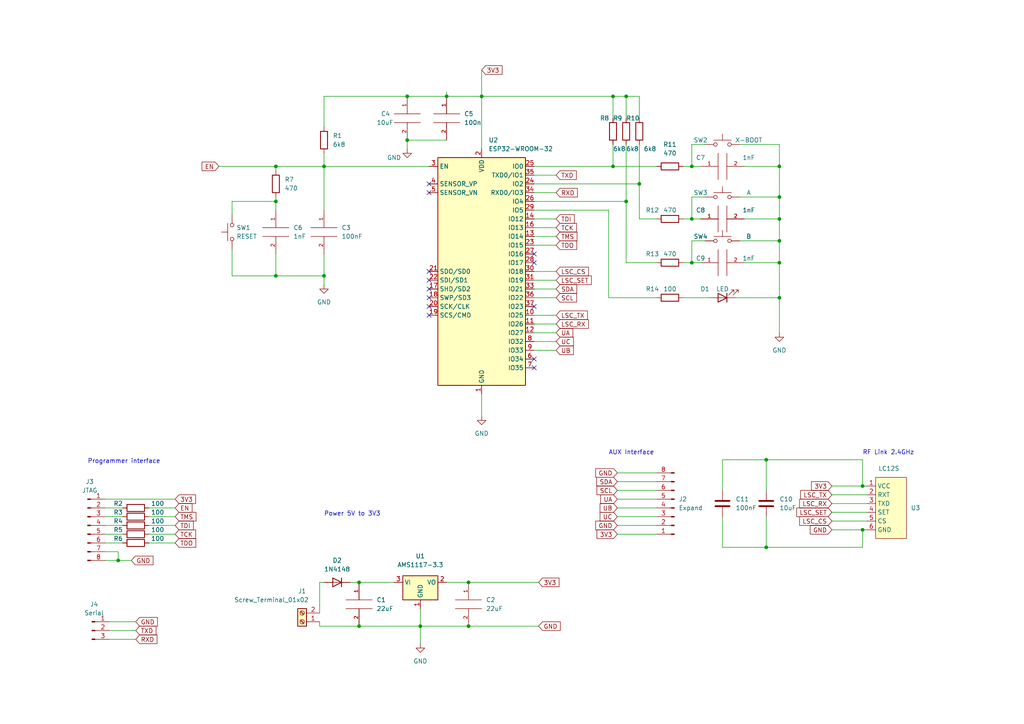
<source format=kicad_sch>
(kicad_sch (version 20230121) (generator eeschema)
  (paper "A4")
  (lib_symbols
    (symbol "Connector:Conn_01x03_Male" (pin_names (offset 1.016) hide)
      (property "Reference" "J" (at 0 5.08 0))
      (property "Value" "Conn_01x03_Male" (at 0 -5.08 0))
      (symbol "Conn_01x03_Male_1_1"
        (polyline (pts (xy 1.27 -2.54) (xy 0.8636 -2.54)) (stroke (width 0.1524)))
        (polyline (pts (xy 1.27 0) (xy 0.8636 0)) (stroke (width 0.1524)))
        (polyline (pts (xy 1.27 2.54) (xy 0.8636 2.54)) (stroke (width 0.1524)))
        (rectangle (start 0.8636 -2.413) (end 0 -2.667) (stroke (width 0.1524)) (fill (type outline)))
        (rectangle (start 0.8636 0.127) (end 0 -0.127) (stroke (width 0.1524)) (fill (type outline)))
        (rectangle (start 0.8636 2.667) (end 0 2.413) (stroke (width 0.1524)) (fill (type outline)))
        (pin passive line (at 5.08 2.54 180) (length 3.81) (name "Pin_1") (number "1"))
        (pin passive line (at 5.08 0 180) (length 3.81) (name "Pin_2") (number "2"))
        (pin passive line (at 5.08 -2.54 180) (length 3.81) (name "Pin_3") (number "3"))
      )
    )
    (symbol "Connector:Conn_01x08_Male" (pin_names (offset 1.016) hide)
      (property "Reference" "J" (at 0 10.16 0))
      (property "Value" "Conn_01x08_Male" (at 0 -12.7 0))
      (symbol "Conn_01x08_Male_1_1"
        (polyline (pts (xy 1.27 -10.16) (xy 0.8636 -10.16)) (stroke (width 0.1524)))
        (polyline (pts (xy 1.27 -7.62) (xy 0.8636 -7.62)) (stroke (width 0.1524)))
        (polyline (pts (xy 1.27 -5.08) (xy 0.8636 -5.08)) (stroke (width 0.1524)))
        (polyline (pts (xy 1.27 -2.54) (xy 0.8636 -2.54)) (stroke (width 0.1524)))
        (polyline (pts (xy 1.27 0) (xy 0.8636 0)) (stroke (width 0.1524)))
        (polyline (pts (xy 1.27 2.54) (xy 0.8636 2.54)) (stroke (width 0.1524)))
        (polyline (pts (xy 1.27 5.08) (xy 0.8636 5.08)) (stroke (width 0.1524)))
        (polyline (pts (xy 1.27 7.62) (xy 0.8636 7.62)) (stroke (width 0.1524)))
        (rectangle (start 0.8636 -10.033) (end 0 -10.287) (stroke (width 0.1524)) (fill (type outline)))
        (rectangle (start 0.8636 -7.493) (end 0 -7.747) (stroke (width 0.1524)) (fill (type outline)))
        (rectangle (start 0.8636 -4.953) (end 0 -5.207) (stroke (width 0.1524)) (fill (type outline)))
        (rectangle (start 0.8636 -2.413) (end 0 -2.667) (stroke (width 0.1524)) (fill (type outline)))
        (rectangle (start 0.8636 0.127) (end 0 -0.127) (stroke (width 0.1524)) (fill (type outline)))
        (rectangle (start 0.8636 2.667) (end 0 2.413) (stroke (width 0.1524)) (fill (type outline)))
        (rectangle (start 0.8636 5.207) (end 0 4.953) (stroke (width 0.1524)) (fill (type outline)))
        (rectangle (start 0.8636 7.747) (end 0 7.493) (stroke (width 0.1524)) (fill (type outline)))
        (pin passive line (at 5.08 7.62 180) (length 3.81) (name "Pin_1") (number "1"))
        (pin passive line (at 5.08 5.08 180) (length 3.81) (name "Pin_2") (number "2"))
        (pin passive line (at 5.08 2.54 180) (length 3.81) (name "Pin_3") (number "3"))
        (pin passive line (at 5.08 0 180) (length 3.81) (name "Pin_4") (number "4"))
        (pin passive line (at 5.08 -2.54 180) (length 3.81) (name "Pin_5") (number "5"))
        (pin passive line (at 5.08 -5.08 180) (length 3.81) (name "Pin_6") (number "6"))
        (pin passive line (at 5.08 -7.62 180) (length 3.81) (name "Pin_7") (number "7"))
        (pin passive line (at 5.08 -10.16 180) (length 3.81) (name "Pin_8") (number "8"))
      )
    )
    (symbol "Connector:Conn_01x08_Pin" (pin_names (offset 1.016) hide)
      (property "Reference" "J" (at 0 10.16 0))
      (property "Value" "Conn_01x08_Pin" (at 0 -12.7 0))
      (symbol "Conn_01x08_Pin_1_1"
        (polyline (pts (xy 1.27 -10.16) (xy 0.8636 -10.16)) (stroke (width 0.1524)))
        (polyline (pts (xy 1.27 -7.62) (xy 0.8636 -7.62)) (stroke (width 0.1524)))
        (polyline (pts (xy 1.27 -5.08) (xy 0.8636 -5.08)) (stroke (width 0.1524)))
        (polyline (pts (xy 1.27 -2.54) (xy 0.8636 -2.54)) (stroke (width 0.1524)))
        (polyline (pts (xy 1.27 0) (xy 0.8636 0)) (stroke (width 0.1524)))
        (polyline (pts (xy 1.27 2.54) (xy 0.8636 2.54)) (stroke (width 0.1524)))
        (polyline (pts (xy 1.27 5.08) (xy 0.8636 5.08)) (stroke (width 0.1524)))
        (polyline (pts (xy 1.27 7.62) (xy 0.8636 7.62)) (stroke (width 0.1524)))
        (rectangle (start 0.8636 -10.033) (end 0 -10.287) (stroke (width 0.1524)) (fill (type outline)))
        (rectangle (start 0.8636 -7.493) (end 0 -7.747) (stroke (width 0.1524)) (fill (type outline)))
        (rectangle (start 0.8636 -4.953) (end 0 -5.207) (stroke (width 0.1524)) (fill (type outline)))
        (rectangle (start 0.8636 -2.413) (end 0 -2.667) (stroke (width 0.1524)) (fill (type outline)))
        (rectangle (start 0.8636 0.127) (end 0 -0.127) (stroke (width 0.1524)) (fill (type outline)))
        (rectangle (start 0.8636 2.667) (end 0 2.413) (stroke (width 0.1524)) (fill (type outline)))
        (rectangle (start 0.8636 5.207) (end 0 4.953) (stroke (width 0.1524)) (fill (type outline)))
        (rectangle (start 0.8636 7.747) (end 0 7.493) (stroke (width 0.1524)) (fill (type outline)))
        (pin passive line (at 5.08 7.62 180) (length 3.81) (name "Pin_1") (number "1"))
        (pin passive line (at 5.08 5.08 180) (length 3.81) (name "Pin_2") (number "2"))
        (pin passive line (at 5.08 2.54 180) (length 3.81) (name "Pin_3") (number "3"))
        (pin passive line (at 5.08 0 180) (length 3.81) (name "Pin_4") (number "4"))
        (pin passive line (at 5.08 -2.54 180) (length 3.81) (name "Pin_5") (number "5"))
        (pin passive line (at 5.08 -5.08 180) (length 3.81) (name "Pin_6") (number "6"))
        (pin passive line (at 5.08 -7.62 180) (length 3.81) (name "Pin_7") (number "7"))
        (pin passive line (at 5.08 -10.16 180) (length 3.81) (name "Pin_8") (number "8"))
      )
    )
    (symbol "Connector:Screw_Terminal_01x02" (pin_names (offset 1.016) hide)
      (property "Reference" "J" (at 0 2.54 0))
      (property "Value" "Screw_Terminal_01x02" (at 0 -5.08 0))
      (symbol "Screw_Terminal_01x02_1_1"
        (rectangle (start -1.27 1.27) (end 1.27 -3.81) (stroke (width 0.254)) (fill (type background)))
        (circle (center 0 -2.54) (radius 0.635) (stroke (width 0.1524)))
        (polyline (pts (xy -0.5334 -2.2098) (xy 0.3302 -3.048)) (stroke (width 0.1524)))
        (polyline (pts (xy -0.5334 0.3302) (xy 0.3302 -0.508)) (stroke (width 0.1524)))
        (polyline (pts (xy -0.3556 -2.032) (xy 0.508 -2.8702)) (stroke (width 0.1524)))
        (polyline (pts (xy -0.3556 0.508) (xy 0.508 -0.3302)) (stroke (width 0.1524)))
        (circle (center 0 0) (radius 0.635) (stroke (width 0.1524)))
        (pin passive line (at -5.08 0 0) (length 3.81) (name "Pin_1") (number "1"))
        (pin passive line (at -5.08 -2.54 0) (length 3.81) (name "Pin_2") (number "2"))
      )
    )
    (symbol "Device:C" (pin_numbers hide) (pin_names (offset 0.254))
      (property "Reference" "C" (at 0.635 2.54 0))
      (property "Value" "C" (at 0.635 -2.54 0))
      (symbol "C_0_1"
        (polyline (pts (xy -2.032 -0.762) (xy 2.032 -0.762)) (stroke (width 0.508)))
        (polyline (pts (xy -2.032 0.762) (xy 2.032 0.762)) (stroke (width 0.508)))
      )
      (symbol "C_1_1"
        (pin passive line (at 0 3.81 270) (length 2.794) (name "~") (number "1"))
        (pin passive line (at 0 -3.81 90) (length 2.794) (name "~") (number "2"))
      )
    )
    (symbol "Device:LED" (pin_numbers hide) (pin_names (offset 1.016) hide)
      (property "Reference" "D" (at 0 2.54 0))
      (property "Value" "LED" (at 0 -2.54 0))
      (symbol "LED_0_1"
        (polyline (pts (xy -1.27 -1.27) (xy -1.27 1.27)) (stroke (width 0.254)))
        (polyline (pts (xy -1.27 0) (xy 1.27 0)))
        (polyline (pts (xy 1.27 -1.27) (xy 1.27 1.27) (xy -1.27 0) (xy 1.27 -1.27)) (stroke (width 0.254)))
        (polyline (pts (xy -3.048 -0.762) (xy -4.572 -2.286) (xy -3.81 -2.286) (xy -4.572 -2.286) (xy -4.572 -1.524)))
        (polyline (pts (xy -1.778 -0.762) (xy -3.302 -2.286) (xy -2.54 -2.286) (xy -3.302 -2.286) (xy -3.302 -1.524)))
      )
      (symbol "LED_1_1"
        (pin passive line (at -3.81 0 0) (length 2.54) (name "K") (number "1"))
        (pin passive line (at 3.81 0 180) (length 2.54) (name "A") (number "2"))
      )
    )
    (symbol "Device:R" (pin_numbers hide) (pin_names (offset 0))
      (property "Reference" "R" (at 2.032 0 90))
      (property "Value" "R" (at 0 0 90))
      (symbol "R_0_1"
        (rectangle (start -1.016 -2.54) (end 1.016 2.54) (stroke (width 0.254)))
      )
      (symbol "R_1_1"
        (pin passive line (at 0 3.81 270) (length 1.27) (name "~") (number "1"))
        (pin passive line (at 0 -3.81 90) (length 1.27) (name "~") (number "2"))
      )
    )
    (symbol "Diode:1N4148" (pin_numbers hide) (pin_names hide)
      (property "Reference" "D" (at 0 2.54 0))
      (property "Value" "1N4148" (at 0 -2.54 0))
      (symbol "1N4148_0_1"
        (polyline (pts (xy -1.27 1.27) (xy -1.27 -1.27)) (stroke (width 0.254)))
        (polyline (pts (xy 1.27 0) (xy -1.27 0)))
        (polyline (pts (xy 1.27 1.27) (xy 1.27 -1.27) (xy -1.27 0) (xy 1.27 1.27)) (stroke (width 0.254)))
      )
      (symbol "1N4148_1_1"
        (pin passive line (at -3.81 0 0) (length 2.54) (name "K") (number "1"))
        (pin passive line (at 3.81 0 180) (length 2.54) (name "A") (number "2"))
      )
    )
    (symbol "RF_Module:ESP32-WROOM-32"
      (property "Reference" "U" (at -12.7 34.29 0))
      (property "Value" "ESP32-WROOM-32" (at 1.27 34.29 0))
      (symbol "ESP32-WROOM-32_0_1"
        (rectangle (start -12.7 33.02) (end 12.7 -33.02) (stroke (width 0.254)) (fill (type background)))
      )
      (symbol "ESP32-WROOM-32_1_1"
        (pin power_in line (at 0 -35.56 90) (length 2.54) (name "GND") (number "1"))
        (pin bidirectional line (at 15.24 -12.7 180) (length 2.54) (name "IO25") (number "10"))
        (pin bidirectional line (at 15.24 -15.24 180) (length 2.54) (name "IO26") (number "11"))
        (pin bidirectional line (at 15.24 -17.78 180) (length 2.54) (name "IO27") (number "12"))
        (pin bidirectional line (at 15.24 10.16 180) (length 2.54) (name "IO14") (number "13"))
        (pin bidirectional line (at 15.24 15.24 180) (length 2.54) (name "IO12") (number "14"))
        (pin passive line (at 0 -35.56 90) (length 2.54) hide (name "GND") (number "15"))
        (pin bidirectional line (at 15.24 12.7 180) (length 2.54) (name "IO13") (number "16"))
        (pin bidirectional line (at -15.24 -5.08 0) (length 2.54) (name "SHD/SD2") (number "17"))
        (pin bidirectional line (at -15.24 -7.62 0) (length 2.54) (name "SWP/SD3") (number "18"))
        (pin bidirectional line (at -15.24 -12.7 0) (length 2.54) (name "SCS/CMD") (number "19"))
        (pin power_in line (at 0 35.56 270) (length 2.54) (name "VDD") (number "2"))
        (pin bidirectional line (at -15.24 -10.16 0) (length 2.54) (name "SCK/CLK") (number "20"))
        (pin bidirectional line (at -15.24 0 0) (length 2.54) (name "SDO/SD0") (number "21"))
        (pin bidirectional line (at -15.24 -2.54 0) (length 2.54) (name "SDI/SD1") (number "22"))
        (pin bidirectional line (at 15.24 7.62 180) (length 2.54) (name "IO15") (number "23"))
        (pin bidirectional line (at 15.24 25.4 180) (length 2.54) (name "IO2") (number "24"))
        (pin bidirectional line (at 15.24 30.48 180) (length 2.54) (name "IO0") (number "25"))
        (pin bidirectional line (at 15.24 20.32 180) (length 2.54) (name "IO4") (number "26"))
        (pin bidirectional line (at 15.24 5.08 180) (length 2.54) (name "IO16") (number "27"))
        (pin bidirectional line (at 15.24 2.54 180) (length 2.54) (name "IO17") (number "28"))
        (pin bidirectional line (at 15.24 17.78 180) (length 2.54) (name "IO5") (number "29"))
        (pin input line (at -15.24 30.48 0) (length 2.54) (name "EN") (number "3"))
        (pin bidirectional line (at 15.24 0 180) (length 2.54) (name "IO18") (number "30"))
        (pin bidirectional line (at 15.24 -2.54 180) (length 2.54) (name "IO19") (number "31"))
        (pin no_connect line (at -12.7 -27.94 0) (length 2.54) hide (name "NC") (number "32"))
        (pin bidirectional line (at 15.24 -5.08 180) (length 2.54) (name "IO21") (number "33"))
        (pin bidirectional line (at 15.24 22.86 180) (length 2.54) (name "RXD0/IO3") (number "34"))
        (pin bidirectional line (at 15.24 27.94 180) (length 2.54) (name "TXD0/IO1") (number "35"))
        (pin bidirectional line (at 15.24 -7.62 180) (length 2.54) (name "IO22") (number "36"))
        (pin bidirectional line (at 15.24 -10.16 180) (length 2.54) (name "IO23") (number "37"))
        (pin passive line (at 0 -35.56 90) (length 2.54) hide (name "GND") (number "38"))
        (pin passive line (at 0 -35.56 90) (length 2.54) hide (name "GND") (number "39"))
        (pin input line (at -15.24 25.4 0) (length 2.54) (name "SENSOR_VP") (number "4"))
        (pin input line (at -15.24 22.86 0) (length 2.54) (name "SENSOR_VN") (number "5"))
        (pin input line (at 15.24 -25.4 180) (length 2.54) (name "IO34") (number "6"))
        (pin input line (at 15.24 -27.94 180) (length 2.54) (name "IO35") (number "7"))
        (pin bidirectional line (at 15.24 -20.32 180) (length 2.54) (name "IO32") (number "8"))
        (pin bidirectional line (at 15.24 -22.86 180) (length 2.54) (name "IO33") (number "9"))
      )
    )
    (symbol "Regulator_Linear:AMS1117-3.3"
      (property "Reference" "U" (at -3.81 3.175 0))
      (property "Value" "AMS1117-3.3" (at 0 3.175 0))
      (symbol "AMS1117-3.3_0_1"
        (rectangle (start -5.08 -5.08) (end 5.08 1.905) (stroke (width 0.254)) (fill (type background)))
      )
      (symbol "AMS1117-3.3_1_1"
        (pin power_in line (at 0 -7.62 90) (length 2.54) (name "GND") (number "1"))
        (pin power_out line (at 7.62 0 180) (length 2.54) (name "VO") (number "2"))
        (pin power_in line (at -7.62 0 0) (length 2.54) (name "VI") (number "3"))
      )
    )
    (symbol "Switch:SW_Push" (pin_numbers hide) (pin_names (offset 1.016) hide)
      (property "Reference" "SW" (at 1.27 2.54 0))
      (property "Value" "SW_Push" (at 0 -1.524 0))
      (symbol "SW_Push_0_1"
        (circle (center -2.032 0) (radius 0.508))
        (polyline (pts (xy 0 1.27) (xy 0 3.048)))
        (polyline (pts (xy 2.54 1.27) (xy -2.54 1.27)))
        (circle (center 2.032 0) (radius 0.508))
        (pin passive line (at -5.08 0 0) (length 2.54) (name "1") (number "1"))
        (pin passive line (at 5.08 0 180) (length 2.54) (name "2") (number "2"))
      )
    )
    (symbol "lc12s:LC12S"
      (property "Reference" "U" (at 3.81 1.27 0))
      (symbol "LC12S_1_1"
        (rectangle (start 2.54 0) (end 11.43 -17.78) (fill (type background)))
        (pin input line (at 0 -2.54 0) (length 2.54) (name "VCC") (number "1"))
        (pin input line (at 0 -5.08 0) (length 2.54) (name "RXT") (number "2"))
        (pin input line (at 0 -7.62 0) (length 2.54) (name "TXD") (number "3"))
        (pin input line (at 0 -10.16 0) (length 2.54) (name "SET") (number "4"))
        (pin input line (at 0 -12.7 0) (length 2.54) (name "CS") (number "5"))
        (pin input line (at 0 -15.24 0) (length 2.54) (name "GND") (number "6"))
      )
    )
    (symbol "power:GND" (power) (pin_names (offset 0))
      (property "Value" "GND" (at 0 -3.81 0))
      (symbol "GND_0_1"
        (polyline (pts (xy 0 0) (xy 0 -1.27) (xy 1.27 -1.27) (xy 0 -2.54) (xy -1.27 -1.27) (xy 0 -1.27)))
      )
      (symbol "GND_1_1"
        (pin power_in line (at 0 0 270) (length 0) hide (name "GND") (number "1"))
      )
    )
    (symbol "pspice:CAP" (pin_names (offset 0.254))
      (property "Reference" "C" (at 2.54 3.81 90))
      (property "Value" "CAP" (at 2.54 -3.81 90))
      (symbol "CAP_0_1"
        (polyline (pts (xy -3.81 -1.27) (xy 3.81 -1.27)))
        (polyline (pts (xy -3.81 1.27) (xy 3.81 1.27)))
      )
      (symbol "CAP_1_1"
        (pin passive line (at 0 6.35 270) (length 5.08) (name "~") (number "1"))
        (pin passive line (at 0 -6.35 90) (length 5.08) (name "~") (number "2"))
      )
    )
  )
  (junction (at 177.8 27.94))
  (junction (at 104.14 181.61))
  (junction (at 226.06 76.2))
  (junction (at 80.01 58.42))
  (junction (at 139.7 27.94))
  (junction (at 250.19 140.97))
  (junction (at 226.06 57.15))
  (junction (at 200.66 48.26))
  (junction (at 177.8 48.26))
  (junction (at 80.01 48.26))
  (junction (at 34.29 162.56))
  (junction (at 222.25 133.35))
  (junction (at 200.66 76.2))
  (junction (at 226.06 86.36))
  (junction (at 80.01 80.01))
  (junction (at 226.06 48.26))
  (junction (at 185.42 53.34))
  (junction (at 121.92 181.61))
  (junction (at 118.11 40.64))
  (junction (at 222.25 158.75))
  (junction (at 250.19 153.67))
  (junction (at 118.11 27.94))
  (junction (at 129.54 27.94))
  (junction (at 93.98 48.26))
  (junction (at 181.61 58.42))
  (junction (at 200.66 63.5))
  (junction (at 226.06 63.5))
  (junction (at 104.14 168.91))
  (junction (at 135.89 168.91))
  (junction (at 135.89 181.61))
  (junction (at 226.06 69.85))
  (junction (at 181.61 27.94))
  (junction (at 93.98 80.01))
  (no_connect (at 124.46 91.44))
  (no_connect (at 154.94 106.68))
  (no_connect (at 124.46 81.28))
  (no_connect (at 124.46 83.82))
  (no_connect (at 154.94 104.14))
  (no_connect (at 124.46 55.88))
  (no_connect (at 124.46 53.34))
  (no_connect (at 124.46 86.36))
  (no_connect (at 154.94 73.66))
  (no_connect (at 124.46 88.9))
  (no_connect (at 124.46 78.74))
  (no_connect (at 154.94 76.2))
  (no_connect (at 154.94 88.9))
  (wire (pts (xy 154.94 83.82) (xy 161.29 83.82)))
  (wire (pts (xy 92.71 180.34) (xy 92.71 181.61)))
  (wire (pts (xy 250.19 140.97) (xy 251.46 140.97)))
  (wire (pts (xy 93.98 27.94) (xy 118.11 27.94)))
  (wire (pts (xy 200.66 63.5) (xy 203.2 63.5)))
  (wire (pts (xy 30.48 144.78) (xy 50.8 144.78)))
  (wire (pts (xy 93.98 44.45) (xy 93.98 48.26)))
  (wire (pts (xy 177.8 48.26) (xy 190.5 48.26)))
  (wire (pts (xy 118.11 40.64) (xy 129.54 40.64)))
  (wire (pts (xy 200.66 69.85) (xy 200.66 76.2)))
  (wire (pts (xy 200.66 48.26) (xy 203.2 48.26)))
  (wire (pts (xy 121.92 181.61) (xy 135.89 181.61)))
  (wire (pts (xy 222.25 158.75) (xy 250.19 158.75)))
  (wire (pts (xy 93.98 80.01) (xy 93.98 82.55)))
  (wire (pts (xy 31.75 180.34) (xy 39.37 180.34)))
  (wire (pts (xy 185.42 53.34) (xy 185.42 63.5)))
  (wire (pts (xy 30.48 162.56) (xy 34.29 162.56)))
  (wire (pts (xy 200.66 57.15) (xy 200.66 63.5)))
  (wire (pts (xy 226.06 41.91) (xy 226.06 48.26)))
  (wire (pts (xy 179.07 139.7) (xy 190.5 139.7)))
  (wire (pts (xy 154.94 50.8) (xy 161.29 50.8)))
  (wire (pts (xy 198.12 48.26) (xy 200.66 48.26)))
  (wire (pts (xy 198.12 86.36) (xy 205.74 86.36)))
  (wire (pts (xy 250.19 153.67) (xy 251.46 153.67)))
  (wire (pts (xy 241.3 151.13) (xy 251.46 151.13)))
  (wire (pts (xy 181.61 58.42) (xy 181.61 76.2)))
  (wire (pts (xy 222.25 133.35) (xy 250.19 133.35)))
  (wire (pts (xy 31.75 182.88) (xy 39.37 182.88)))
  (wire (pts (xy 215.9 48.26) (xy 226.06 48.26)))
  (wire (pts (xy 215.9 63.5) (xy 226.06 63.5)))
  (wire (pts (xy 226.06 48.26) (xy 226.06 57.15)))
  (wire (pts (xy 43.18 157.48) (xy 50.8 157.48)))
  (wire (pts (xy 154.94 48.26) (xy 177.8 48.26)))
  (wire (pts (xy 67.31 80.01) (xy 80.01 80.01)))
  (wire (pts (xy 179.07 152.4) (xy 190.5 152.4)))
  (wire (pts (xy 198.12 63.5) (xy 200.66 63.5)))
  (wire (pts (xy 80.01 48.26) (xy 93.98 48.26)))
  (wire (pts (xy 104.14 181.61) (xy 121.92 181.61)))
  (wire (pts (xy 118.11 40.64) (xy 118.11 43.18)))
  (wire (pts (xy 154.94 71.12) (xy 161.29 71.12)))
  (wire (pts (xy 92.71 168.91) (xy 92.71 177.8)))
  (wire (pts (xy 215.9 76.2) (xy 226.06 76.2)))
  (wire (pts (xy 185.42 34.29) (xy 185.42 27.94)))
  (wire (pts (xy 93.98 73.66) (xy 93.98 80.01)))
  (wire (pts (xy 177.8 27.94) (xy 177.8 34.29)))
  (wire (pts (xy 154.94 53.34) (xy 185.42 53.34)))
  (wire (pts (xy 154.94 93.98) (xy 161.29 93.98)))
  (wire (pts (xy 80.01 48.26) (xy 80.01 49.53)))
  (wire (pts (xy 154.94 58.42) (xy 181.61 58.42)))
  (wire (pts (xy 179.07 154.94) (xy 190.5 154.94)))
  (wire (pts (xy 135.89 181.61) (xy 156.21 181.61)))
  (wire (pts (xy 139.7 20.32) (xy 139.7 27.94)))
  (wire (pts (xy 241.3 146.05) (xy 251.46 146.05)))
  (wire (pts (xy 222.25 149.86) (xy 222.25 158.75)))
  (wire (pts (xy 139.7 27.94) (xy 139.7 43.18)))
  (wire (pts (xy 198.12 76.2) (xy 200.66 76.2)))
  (wire (pts (xy 209.55 149.86) (xy 209.55 158.75)))
  (wire (pts (xy 214.63 69.85) (xy 226.06 69.85)))
  (wire (pts (xy 30.48 154.94) (xy 35.56 154.94)))
  (wire (pts (xy 226.06 63.5) (xy 226.06 69.85)))
  (wire (pts (xy 135.89 168.91) (xy 156.21 168.91)))
  (wire (pts (xy 80.01 58.42) (xy 80.01 60.96)))
  (wire (pts (xy 104.14 168.91) (xy 114.3 168.91)))
  (wire (pts (xy 139.7 27.94) (xy 177.8 27.94)))
  (wire (pts (xy 129.54 168.91) (xy 135.89 168.91)))
  (wire (pts (xy 179.07 149.86) (xy 190.5 149.86)))
  (wire (pts (xy 30.48 147.32) (xy 35.56 147.32)))
  (wire (pts (xy 93.98 48.26) (xy 124.46 48.26)))
  (wire (pts (xy 154.94 68.58) (xy 161.29 68.58)))
  (wire (pts (xy 154.94 63.5) (xy 161.29 63.5)))
  (wire (pts (xy 179.07 147.32) (xy 190.5 147.32)))
  (wire (pts (xy 226.06 57.15) (xy 226.06 63.5)))
  (wire (pts (xy 80.01 57.15) (xy 80.01 58.42)))
  (wire (pts (xy 43.18 149.86) (xy 50.8 149.86)))
  (wire (pts (xy 179.07 144.78) (xy 190.5 144.78)))
  (wire (pts (xy 34.29 162.56) (xy 38.1 162.56)))
  (wire (pts (xy 139.7 114.3) (xy 139.7 120.65)))
  (wire (pts (xy 92.71 181.61) (xy 104.14 181.61)))
  (wire (pts (xy 154.94 81.28) (xy 161.29 81.28)))
  (wire (pts (xy 67.31 62.23) (xy 67.31 58.42)))
  (wire (pts (xy 31.75 185.42) (xy 39.37 185.42)))
  (wire (pts (xy 226.06 69.85) (xy 226.06 76.2)))
  (wire (pts (xy 181.61 41.91) (xy 181.61 58.42)))
  (wire (pts (xy 176.53 86.36) (xy 190.5 86.36)))
  (wire (pts (xy 154.94 60.96) (xy 176.53 60.96)))
  (wire (pts (xy 241.3 140.97) (xy 250.19 140.97)))
  (wire (pts (xy 30.48 157.48) (xy 35.56 157.48)))
  (wire (pts (xy 30.48 149.86) (xy 35.56 149.86)))
  (wire (pts (xy 241.3 153.67) (xy 250.19 153.67)))
  (wire (pts (xy 154.94 86.36) (xy 161.29 86.36)))
  (wire (pts (xy 200.66 69.85) (xy 204.47 69.85)))
  (wire (pts (xy 129.54 26.67) (xy 129.54 27.94)))
  (wire (pts (xy 93.98 36.83) (xy 93.98 27.94)))
  (wire (pts (xy 185.42 41.91) (xy 185.42 53.34)))
  (wire (pts (xy 121.92 176.53) (xy 121.92 181.61)))
  (wire (pts (xy 154.94 66.04) (xy 161.29 66.04)))
  (wire (pts (xy 181.61 76.2) (xy 190.5 76.2)))
  (wire (pts (xy 222.25 142.24) (xy 222.25 133.35)))
  (wire (pts (xy 250.19 133.35) (xy 250.19 140.97)))
  (wire (pts (xy 63.5 48.26) (xy 80.01 48.26)))
  (wire (pts (xy 154.94 55.88) (xy 161.29 55.88)))
  (wire (pts (xy 154.94 101.6) (xy 161.29 101.6)))
  (wire (pts (xy 213.36 86.36) (xy 226.06 86.36)))
  (wire (pts (xy 129.54 27.94) (xy 139.7 27.94)))
  (wire (pts (xy 177.8 41.91) (xy 177.8 48.26)))
  (wire (pts (xy 226.06 76.2) (xy 226.06 86.36)))
  (wire (pts (xy 214.63 57.15) (xy 226.06 57.15)))
  (wire (pts (xy 250.19 153.67) (xy 250.19 158.75)))
  (wire (pts (xy 121.92 181.61) (xy 121.92 186.69)))
  (wire (pts (xy 30.48 152.4) (xy 35.56 152.4)))
  (wire (pts (xy 200.66 57.15) (xy 204.47 57.15)))
  (wire (pts (xy 214.63 41.91) (xy 226.06 41.91)))
  (wire (pts (xy 154.94 99.06) (xy 161.29 99.06)))
  (wire (pts (xy 200.66 76.2) (xy 203.2 76.2)))
  (wire (pts (xy 154.94 78.74) (xy 161.29 78.74)))
  (wire (pts (xy 200.66 41.91) (xy 200.66 48.26)))
  (wire (pts (xy 92.71 168.91) (xy 93.98 168.91)))
  (wire (pts (xy 43.18 152.4) (xy 50.8 152.4)))
  (wire (pts (xy 34.29 160.02) (xy 34.29 162.56)))
  (wire (pts (xy 154.94 96.52) (xy 161.29 96.52)))
  (wire (pts (xy 241.3 143.51) (xy 251.46 143.51)))
  (wire (pts (xy 43.18 154.94) (xy 50.8 154.94)))
  (wire (pts (xy 43.18 147.32) (xy 50.8 147.32)))
  (wire (pts (xy 30.48 160.02) (xy 34.29 160.02)))
  (wire (pts (xy 177.8 27.94) (xy 181.61 27.94)))
  (wire (pts (xy 176.53 60.96) (xy 176.53 86.36)))
  (wire (pts (xy 241.3 148.59) (xy 251.46 148.59)))
  (wire (pts (xy 154.94 91.44) (xy 161.29 91.44)))
  (wire (pts (xy 209.55 158.75) (xy 222.25 158.75)))
  (wire (pts (xy 80.01 80.01) (xy 93.98 80.01)))
  (wire (pts (xy 67.31 58.42) (xy 80.01 58.42)))
  (wire (pts (xy 181.61 34.29) (xy 181.61 27.94)))
  (wire (pts (xy 80.01 73.66) (xy 80.01 80.01)))
  (wire (pts (xy 209.55 142.24) (xy 209.55 133.35)))
  (wire (pts (xy 67.31 72.39) (xy 67.31 80.01)))
  (wire (pts (xy 181.61 27.94) (xy 185.42 27.94)))
  (wire (pts (xy 185.42 63.5) (xy 190.5 63.5)))
  (wire (pts (xy 209.55 133.35) (xy 222.25 133.35)))
  (wire (pts (xy 179.07 137.16) (xy 190.5 137.16)))
  (wire (pts (xy 93.98 60.96) (xy 93.98 48.26)))
  (wire (pts (xy 200.66 41.91) (xy 204.47 41.91)))
  (wire (pts (xy 118.11 27.94) (xy 129.54 27.94)))
  (wire (pts (xy 226.06 86.36) (xy 226.06 96.52)))
  (wire (pts (xy 101.6 168.91) (xy 104.14 168.91)))
  (wire (pts (xy 179.07 142.24) (xy 190.5 142.24)))
  (text "AUX Interface" (at 176.53 132.08 0) (effects (font (size 1.27 1.27)) (justify left bottom)))
  (text "Power 5V to 3V3" (at 93.98 149.86 0) (effects (font (size 1.27 1.27)) (justify left bottom)))
  (text "Programmer interface" (at 25.4 134.62 0) (effects (font (size 1.27 1.27)) (justify left bottom)))
  (text "RF Link 2.4GHz" (at 250.19 132.08 0) (effects (font (size 1.27 1.27)) (justify left bottom)))
  (global_label "TMS" (shape input) (at 161.29 68.58 0) (property "Intersheetrefs" "${INTERSHEET_REFS}" (effects hide)))
  (global_label "LSC_CS" (shape input) (at 161.29 78.74 0) (property "Intersheetrefs" "${INTERSHEET_REFS}" (effects hide)))
  (global_label "SDA" (shape input) (at 179.07 139.7 180) (property "Intersheetrefs" "${INTERSHEET_REFS}" (effects hide)))
  (global_label "UB" (shape input) (at 179.07 147.32 180) (property "Intersheetrefs" "${INTERSHEET_REFS}" (effects hide)))
  (global_label "TXD" (shape input) (at 161.29 50.8 0) (property "Intersheetrefs" "${INTERSHEET_REFS}" (effects hide)))
  (global_label "TDI" (shape input) (at 161.29 63.5 0) (property "Intersheetrefs" "${INTERSHEET_REFS}" (effects hide)))
  (global_label "3V3" (shape input) (at 139.7 20.32 0) (property "Intersheetrefs" "${INTERSHEET_REFS}" (effects hide)))
  (global_label "TDO" (shape input) (at 161.29 71.12 0) (property "Intersheetrefs" "${INTERSHEET_REFS}" (effects hide)))
  (global_label "TMS" (shape input) (at 50.8 149.86 0) (property "Intersheetrefs" "${INTERSHEET_REFS}" (effects hide)))
  (global_label "SCL" (shape input) (at 161.29 86.36 0) (property "Intersheetrefs" "${INTERSHEET_REFS}" (effects hide)))
  (global_label "TCK" (shape input) (at 161.29 66.04 0) (property "Intersheetrefs" "${INTERSHEET_REFS}" (effects hide)))
  (global_label "3V3" (shape input) (at 156.21 168.91 0) (property "Intersheetrefs" "${INTERSHEET_REFS}" (effects hide)))
  (global_label "LSC_TX" (shape input) (at 241.3 143.51 180) (property "Intersheetrefs" "${INTERSHEET_REFS}" (effects hide)))
  (global_label "RXD" (shape input) (at 39.37 185.42 0) (property "Intersheetrefs" "${INTERSHEET_REFS}" (effects hide)))
  (global_label "GND" (shape input) (at 38.1 162.56 0) (property "Intersheetrefs" "${INTERSHEET_REFS}" (effects hide)))
  (global_label "UC" (shape input) (at 161.29 99.06 0) (property "Intersheetrefs" "${INTERSHEET_REFS}" (effects hide)))
  (global_label "EN" (shape input) (at 50.8 147.32 0) (property "Intersheetrefs" "${INTERSHEET_REFS}" (effects hide)))
  (global_label "3V3" (shape input) (at 50.8 144.78 0) (property "Intersheetrefs" "${INTERSHEET_REFS}" (effects hide)))
  (global_label "TDO" (shape input) (at 50.8 157.48 0) (property "Intersheetrefs" "${INTERSHEET_REFS}" (effects hide)))
  (global_label "RXD" (shape input) (at 161.29 55.88 0) (property "Intersheetrefs" "${INTERSHEET_REFS}" (effects hide)))
  (global_label "GND" (shape input) (at 156.21 181.61 0) (property "Intersheetrefs" "${INTERSHEET_REFS}" (effects hide)))
  (global_label "GND" (shape input) (at 241.3 153.67 180) (property "Intersheetrefs" "${INTERSHEET_REFS}" (effects hide)))
  (global_label "UC" (shape input) (at 179.07 149.86 180) (property "Intersheetrefs" "${INTERSHEET_REFS}" (effects hide)))
  (global_label "LSC_SET" (shape input) (at 241.3 148.59 180) (property "Intersheetrefs" "${INTERSHEET_REFS}" (effects hide)))
  (global_label "LSC_CS" (shape input) (at 241.3 151.13 180) (property "Intersheetrefs" "${INTERSHEET_REFS}" (effects hide)))
  (global_label "UA" (shape input) (at 161.29 96.52 0) (property "Intersheetrefs" "${INTERSHEET_REFS}" (effects hide)))
  (global_label "3V3" (shape input) (at 241.3 140.97 180) (property "Intersheetrefs" "${INTERSHEET_REFS}" (effects hide)))
  (global_label "LSC_TX" (shape input) (at 161.29 91.44 0) (property "Intersheetrefs" "${INTERSHEET_REFS}" (effects hide)))
  (global_label "LSC_RX" (shape input) (at 161.29 93.98 0) (property "Intersheetrefs" "${INTERSHEET_REFS}" (effects hide)))
  (global_label "LSC_SET" (shape input) (at 161.29 81.28 0) (property "Intersheetrefs" "${INTERSHEET_REFS}" (effects hide)))
  (global_label "TDI" (shape input) (at 50.8 152.4 0) (property "Intersheetrefs" "${INTERSHEET_REFS}" (effects hide)))
  (global_label "SCL" (shape input) (at 179.07 142.24 180) (property "Intersheetrefs" "${INTERSHEET_REFS}" (effects hide)))
  (global_label "TXD" (shape input) (at 39.37 182.88 0) (property "Intersheetrefs" "${INTERSHEET_REFS}" (effects hide)))
  (global_label "LSC_RX" (shape input) (at 241.3 146.05 180) (property "Intersheetrefs" "${INTERSHEET_REFS}" (effects hide)))
  (global_label "EN" (shape input) (at 63.5 48.26 180) (property "Intersheetrefs" "${INTERSHEET_REFS}" (effects hide)))
  (global_label "SDA" (shape input) (at 161.29 83.82 0) (property "Intersheetrefs" "${INTERSHEET_REFS}" (effects hide)))
  (global_label "UA" (shape input) (at 179.07 144.78 180) (property "Intersheetrefs" "${INTERSHEET_REFS}" (effects hide)))
  (global_label "GND" (shape input) (at 39.37 180.34 0) (property "Intersheetrefs" "${INTERSHEET_REFS}" (effects hide)))
  (global_label "GND" (shape input) (at 179.07 152.4 180) (property "Intersheetrefs" "${INTERSHEET_REFS}" (effects hide)))
  (global_label "UB" (shape input) (at 161.29 101.6 0) (property "Intersheetrefs" "${INTERSHEET_REFS}" (effects hide)))
  (global_label "GND" (shape input) (at 179.07 137.16 180) (property "Intersheetrefs" "${INTERSHEET_REFS}" (effects hide)))
  (global_label "3V3" (shape input) (at 179.07 154.94 180) (property "Intersheetrefs" "${INTERSHEET_REFS}" (effects hide)))
  (global_label "TCK" (shape input) (at 50.8 154.94 0) (property "Intersheetrefs" "${INTERSHEET_REFS}" (effects hide)))
  (symbol (lib_id "Diode:1N4148") (at 97.79 168.91 180) (unit 1)
    (property "Reference" "D2" (at 97.79 162.56 0))
    (property "Value" "1N4148" (at 97.79 165.1 0))
    (property "Footprint" "Diode_THT:D_DO-35_SOD27_P7.62mm_Horizontal" (effects hide))
    (property "Datasheet" "https://assets.nexperia.com/documents/data-sheet/1N4148_1N4448.pdf" (effects hide))
    (property "Sim.Device" "D" (effects hide))
    (property "Sim.Pins" "1=K 2=A" (effects hide))
  )
  (symbol (lib_id "Device:R") (at 39.37 149.86 90) (unit 1)
    (property "Reference" "R3" (at 34.29 148.59 90))
    (property "Value" "100" (at 45.72 148.59 90))
  )
  (symbol (lib_id "Device:R") (at 177.8 38.1 0) (unit 1)
    (property "Reference" "R8" (at 173.99 34.29 0) (effects (justify left)))
    (property "Value" "6k8" (at 177.8 43.18 0) (effects (justify left)))
  )
  (symbol (lib_id "pspice:CAP") (at 209.55 63.5 90) (unit 1)
    (property "Reference" "C8" (at 203.2 60.96 90))
    (property "Value" "1nF" (at 217.17 60.96 90))
  )
  (symbol (lib_id "power:GND") (at 93.98 82.55 0) (unit 1)
    (property "Reference" "#PWR0106" (effects hide))
    (property "Value" "GND" (at 93.98 87.63 0))
  )
  (symbol (lib_id "pspice:CAP") (at 118.11 34.29 0) (unit 1)
    (property "Reference" "C4" (at 110.49 33.02 0) (effects (justify left)))
    (property "Value" "10uF" (at 109.22 35.56 0) (effects (justify left)))
  )
  (symbol (lib_id "Device:R") (at 194.31 48.26 90) (unit 1)
    (property "Reference" "R11" (at 194.31 41.91 90))
    (property "Value" "470" (at 194.31 44.45 90))
  )
  (symbol (lib_id "Connector:Conn_01x08_Male") (at 25.4 152.4 0) (unit 1)
    (property "Reference" "J3" (at 26.035 139.7 0))
    (property "Value" "JTAG" (at 26.035 142.24 0))
  )
  (symbol (lib_id "pspice:CAP") (at 104.14 175.26 0) (unit 1)
    (property "Reference" "C1" (at 109.22 173.9899 0) (effects (justify left)))
    (property "Value" "22uF" (at 109.22 176.5299 0) (effects (justify left)))
  )
  (symbol (lib_id "Device:R") (at 39.37 154.94 90) (unit 1)
    (property "Reference" "R5" (at 34.29 153.67 90))
    (property "Value" "100" (at 45.72 153.67 90))
  )
  (symbol (lib_id "Device:R") (at 39.37 152.4 90) (unit 1)
    (property "Reference" "R4" (at 34.29 151.13 90))
    (property "Value" "100" (at 45.72 151.13 90))
  )
  (symbol (lib_id "Device:C") (at 209.55 146.05 0) (unit 1)
    (property "Reference" "C11" (at 213.36 144.78 0) (effects (justify left)))
    (property "Value" "100nF" (at 213.36 147.32 0) (effects (justify left)))
  )
  (symbol (lib_id "power:GND") (at 118.11 43.18 0) (unit 1)
    (property "Reference" "#PWR0103" (effects hide))
    (property "Value" "GND" (at 114.3 45.72 0))
  )
  (symbol (lib_id "Device:R") (at 194.31 76.2 90) (unit 1)
    (property "Reference" "R13" (at 189.23 73.66 90))
    (property "Value" "470" (at 194.31 73.66 90))
  )
  (symbol (lib_id "Switch:SW_Push") (at 209.55 57.15 0) (unit 1)
    (property "Reference" "SW3" (at 203.2 55.88 0))
    (property "Value" "A" (at 217.17 55.88 0))
  )
  (symbol (lib_id "RF_Module:ESP32-WROOM-32") (at 139.7 78.74 0) (unit 1)
    (property "Reference" "U2" (at 141.7194 40.64 0) (effects (justify left)))
    (property "Value" "ESP32-WROOM-32" (at 141.7194 43.18 0) (effects (justify left)))
    (property "Footprint" "RF_Module:ESP32-WROOM-32" (effects hide))
    (property "Datasheet" "https://www.espressif.com/sites/default/files/documentation/esp32-wroom-32_datasheet_en.pdf" (effects hide))
  )
  (symbol (lib_id "Device:R") (at 93.98 40.64 0) (unit 1)
    (property "Reference" "R1" (at 96.52 39.3699 0) (effects (justify left)))
    (property "Value" "6k8" (at 96.52 41.9099 0) (effects (justify left)))
  )
  (symbol (lib_id "Device:LED") (at 209.55 86.36 180) (unit 1)
    (property "Reference" "D1" (at 204.47 83.82 0))
    (property "Value" "LED" (at 209.55 83.82 0))
  )
  (symbol (lib_id "Connector:Conn_01x03_Male") (at 26.67 182.88 0) (unit 1)
    (property "Reference" "J4" (at 27.305 175.26 0))
    (property "Value" "Serial" (at 27.305 177.8 0))
  )
  (symbol (lib_id "pspice:CAP") (at 129.54 34.29 0) (unit 1)
    (property "Reference" "C5" (at 134.62 33.02 0) (effects (justify left)))
    (property "Value" "100n" (at 134.62 35.56 0) (effects (justify left)))
  )
  (symbol (lib_id "power:GND") (at 121.92 186.69 0) (unit 1)
    (property "Reference" "#PWR0102" (effects hide))
    (property "Value" "GND" (at 121.92 191.77 0))
  )
  (symbol (lib_id "Switch:SW_Push") (at 67.31 67.31 90) (unit 1)
    (property "Reference" "SW1" (at 68.58 66.0399 90) (effects (justify right)))
    (property "Value" "RESET" (at 68.58 68.5799 90) (effects (justify right)))
  )
  (symbol (lib_id "Connector:Conn_01x08_Pin") (at 195.58 147.32 180) (unit 1)
    (property "Reference" "J2" (at 196.85 144.78 0) (effects (justify right)))
    (property "Value" "Expand" (at 196.85 147.32 0) (effects (justify right)))
  )
  (symbol (lib_id "pspice:CAP") (at 209.55 48.26 90) (unit 1)
    (property "Reference" "C7" (at 203.2 45.72 90))
    (property "Value" "1nF" (at 217.17 45.72 90))
  )
  (symbol (lib_id "Device:R") (at 185.42 38.1 0) (unit 1)
    (property "Reference" "R10" (at 181.61 34.29 0) (effects (justify left)))
    (property "Value" "6k8" (at 186.69 43.18 0) (effects (justify left)))
  )
  (symbol (lib_id "Regulator_Linear:AMS1117-3.3") (at 121.92 168.91 0) (unit 1)
    (property "Reference" "U1" (at 121.92 161.29 0))
    (property "Value" "AMS1117-3.3" (at 121.92 163.83 0))
    (property "Footprint" "Package_TO_SOT_SMD:SOT-223-3_TabPin2" (effects hide))
    (property "Datasheet" "http://www.advanced-monolithic.com/pdf/ds1117.pdf" (effects hide))
  )
  (symbol (lib_id "Device:R") (at 39.37 157.48 90) (unit 1)
    (property "Reference" "R6" (at 34.29 156.21 90))
    (property "Value" "100" (at 45.72 156.21 90))
  )
  (symbol (lib_id "Device:R") (at 194.31 63.5 90) (unit 1)
    (property "Reference" "R12" (at 189.23 60.96 90))
    (property "Value" "470" (at 194.31 60.96 90))
  )
  (symbol (lib_id "Device:R") (at 194.31 86.36 270) (unit 1)
    (property "Reference" "R14" (at 189.23 83.82 90))
    (property "Value" "100" (at 194.31 83.82 90))
  )
  (symbol (lib_id "pspice:CAP") (at 135.89 175.26 0) (unit 1)
    (property "Reference" "C2" (at 140.97 173.99 0) (effects (justify left)))
    (property "Value" "22uF" (at 140.97 176.53 0) (effects (justify left)))
  )
  (symbol (lib_id "lc12s:LC12S") (at 251.46 138.43 0) (unit 1)
    (property "Reference" "U3" (at 264.16 147.32 0) (effects (justify left)))
    (property "Value" "LC12S" (at 257.81 135.89 0))
    (property "Footprint" "lcs:LC12S" (effects hide))
  )
  (symbol (lib_id "pspice:CAP") (at 80.01 67.31 0) (unit 1)
    (property "Reference" "C6" (at 85.09 66.0399 0) (effects (justify left)))
    (property "Value" "1nF" (at 85.09 68.5799 0) (effects (justify left)))
  )
  (symbol (lib_id "Device:R") (at 39.37 147.32 90) (unit 1)
    (property "Reference" "R2" (at 34.29 146.05 90))
    (property "Value" "100" (at 45.72 146.05 90))
  )
  (symbol (lib_id "Switch:SW_Push") (at 209.55 69.85 0) (unit 1)
    (property "Reference" "SW4" (at 203.2 68.58 0))
    (property "Value" "B" (at 217.17 68.58 0))
  )
  (symbol (lib_id "Device:R") (at 80.01 53.34 0) (unit 1)
    (property "Reference" "R7" (at 82.55 52.0699 0) (effects (justify left)))
    (property "Value" "470" (at 82.55 54.6099 0) (effects (justify left)))
  )
  (symbol (lib_id "Device:R") (at 181.61 38.1 0) (unit 1)
    (property "Reference" "R9" (at 177.8 34.29 0) (effects (justify left)))
    (property "Value" "6k8" (at 181.61 43.18 0) (effects (justify left)))
  )
  (symbol (lib_id "Device:C") (at 222.25 146.05 0) (unit 1)
    (property "Reference" "C10" (at 226.06 144.78 0) (effects (justify left)))
    (property "Value" "10uF" (at 226.06 147.32 0) (effects (justify left)))
  )
  (symbol (lib_id "Switch:SW_Push") (at 209.55 41.91 0) (unit 1)
    (property "Reference" "SW2" (at 203.2 40.64 0))
    (property "Value" "X-BOOT" (at 217.17 40.64 0))
  )
  (symbol (lib_id "pspice:CAP") (at 209.55 76.2 90) (unit 1)
    (property "Reference" "C9" (at 203.2 74.93 90))
    (property "Value" "1nF" (at 217.17 74.93 90))
  )
  (symbol (lib_id "pspice:CAP") (at 93.98 67.31 0) (unit 1)
    (property "Reference" "C3" (at 99.06 66.04 0) (effects (justify left)))
    (property "Value" "100nF" (at 99.06 68.58 0) (effects (justify left)))
  )
  (symbol (lib_id "power:GND") (at 139.7 120.65 0) (unit 1)
    (property "Reference" "#PWR0104" (effects hide))
    (property "Value" "GND" (at 139.7 125.73 0))
  )
  (symbol (lib_id "Connector:Screw_Terminal_01x02") (at 87.63 180.34 180) (unit 1)
    (property "Reference" "J1" (at 87.63 171.45 0))
    (property "Value" "Screw_Terminal_01x02" (at 78.74 173.99 0))
  )
  (symbol (lib_id "power:GND") (at 226.06 96.52 0) (unit 1)
    (property "Reference" "#PWR01" (effects hide))
    (property "Value" "GND" (at 226.06 101.6 0))
  )
)
</source>
